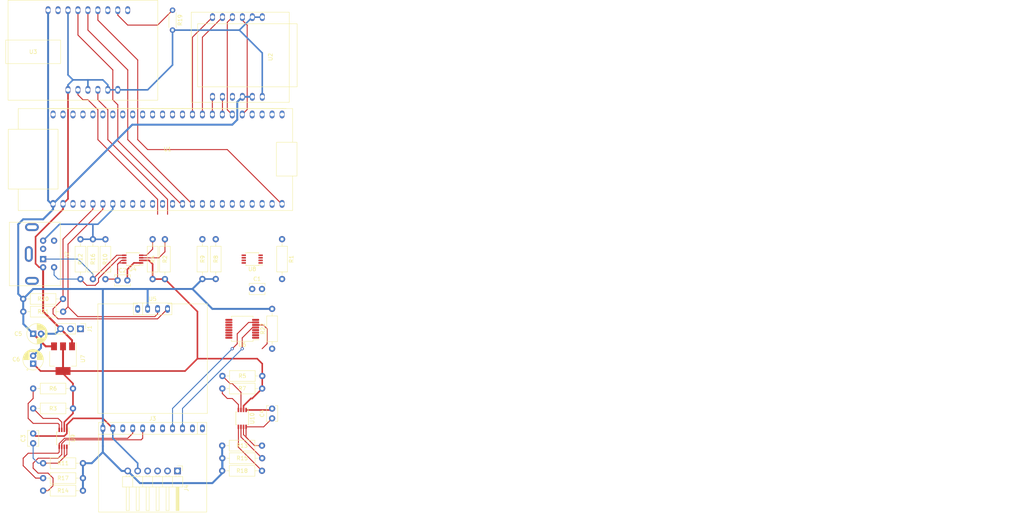
<source format=kicad_pcb>
(kicad_pcb (version 20211014) (generator pcbnew)
  (title_block (title "Tang Nano 9K Carrier Board") (date "2022-06-07") (rev "A") (company "Joseph Hindmarsh"))
  (layers (0 "F.Cu" signal) (31 "B.Cu" signal) (34 "B.Paste" user) (35 "F.Paste" user) (36 "B.SilkS" user "B.Silkscreen") (37 "F.SilkS" user "F.Silkscreen") (38 "B.Mask" user) (39 "F.Mask" user) (44 "Edge.Cuts" user))
  (net 0 "")
  (net 1 "Net-(C1-Pad1)")
  (net 2 "GND")
  (net 3 "Net-(C2-Pad1)")
  (net 4 "Net-(C3-Pad1)")
  (net 5 "Net-(C4-Pad1)")
  (net 6 "+3V3")
  (net 7 "+1V8")
  (net 8 "/UART_TX")
  (net 9 "/UART_RX")
  (net 10 "/PS2_DATA")
  (net 12 "+5V")
  (net 13 "/PS2_CLK")
  (net 15 "/BLU")
  (net 16 "/RED")
  (net 17 "/GRN")
  (net 18 "/WHT")
  (net 19 "/TRACKBALL_UP_3V3")
  (net 20 "/TRACKBALL_DWN_3V3")
  (net 21 "/TRACKBALL_LFT_3V3")
  (net 22 "/TRACKBALL_RHT_3V3")
  (net 23 "/TRACKBALL_BTN")
  (net 24 "/BBQ10KBD_INT")
  (net 26 "/SCL")
  (net 27 "/SDA")
  (net 28 "/GPIO_INTn_1V8")
  (net 29 "/PS2_CLK_1V8")
  (net 30 "/TRACKBALL_LFT_1V8")
  (net 31 "/PS2_DATA_1V8")
  (net 32 "/TRACKBALL_UP_1V8")
  (net 33 "/TRACKBALL_RHT_1V8")
  (net 34 "/TRACKBALL_DWN_1V8")
  (net 35 "/GPIO_INTn_3V3")
  (net 36 "Net-(R19-Pad1)")
  (net 41 "/ETH_INT")
  (net 42 "/ETH_MISO")
  (net 43 "/ETH_MOSI")
  (net 44 "/ETH_SCK")
  (net 45 "/ETH_CS")
  (net 46 "/ETH_RST")
  (net 67 "/I2S_WSEL")
  (net 68 "/I2S_DATA")
  (net 70 "/I2S_BCLK")
  (net 72 "/AUDIO_SF1")
  (net 73 "/AUDIO_SF0")
  (net 79 "Net-(U6-Pad3)")
  (footprint "Custom Library:UDA1334_Breakout" (layer "F.Cu") (at 170.18 38.1)
    (fp_text reference "U3")
    (fp_text value "Audio_DAC_Breakout_UDA1334A")
  )
  (footprint "Resistor_THT:R_Axial_DIN0207_L6.3mm_D2.5mm_P10.16mm_Horizontal" (layer "F.Cu") (at 167.64 143.51 180)
    (fp_text reference "R11")
    (fp_text value "200k")
  )
  (footprint "Resistor_THT:R_Axial_DIN0204_L3.6mm_D1.6mm_P5.08mm_Horizontal" (layer "F.Cu") (at 190.5 27.94 -90)
    (fp_text reference "R19")
    (fp_text value "0")
  )
  (footprint "Capacitor_THT:C_Disc_D3.8mm_W2.6mm_P2.50mm" (layer "F.Cu") (at 210.82 99.06)
    (fp_text reference "C1")
    (fp_text value "100n")
  )
  (footprint "Package_SO:SSOP-16_5.3x6.2mm_P0.65mm" (layer "F.Cu") (at 208.28 109.22 180)
    (fp_text reference "U6")
    (fp_text value "TCA9538")
  )
  (footprint "Resistor_THT:R_Axial_DIN0207_L6.3mm_D2.5mm_P10.16mm_Horizontal" (layer "F.Cu") (at 198.12 96.52 90)
    (fp_text reference "R9")
    (fp_text value "2k2")
  )
  (footprint "Capacitor_THT:CP_Radial_D5.0mm_P2.00mm" (layer "F.Cu") (at 154.94 110.49)
    (fp_text reference "C5")
    (fp_text value "10u")
  )
  (footprint "Resistor_THT:R_Axial_DIN0207_L6.3mm_D2.5mm_P10.16mm_Horizontal" (layer "F.Cu") (at 203.159914 139.026127)
    (fp_text reference "R13")
    (fp_text value "200k")
  )
  (footprint "Resistor_THT:R_Axial_DIN0207_L6.3mm_D2.5mm_P10.16mm_Horizontal" (layer "F.Cu") (at 170.18 86.376499 -90)
    (fp_text reference "R16")
    (fp_text value "2k2")
  )
  (footprint "Resistor_THT:R_Axial_DIN0207_L6.3mm_D2.5mm_P10.16mm_Horizontal" (layer "F.Cu") (at 152.4 101.6)
    (fp_text reference "R20")
    (fp_text value "4k7")
  )
  (footprint "Resistor_THT:R_Axial_DIN0207_L6.3mm_D2.5mm_P10.16mm_Horizontal" (layer "F.Cu") (at 152.432085 104.850628)
    (fp_text reference "R21")
    (fp_text value "4k7")
  )
  (footprint "Resistor_THT:R_Axial_DIN0207_L6.3mm_D2.5mm_P10.16mm_Horizontal" (layer "F.Cu") (at 167.64 147.32 180)
    (fp_text reference "R17")
    (fp_text value "2k2")
  )
  (footprint "Connector_PinHeader_2.54mm:PinHeader_1x06_P2.54mm_Horizontal" (layer "F.Cu") (at 191.77 145.485 -90)
    (fp_text reference "J4")
    (fp_text value "BBQ10KBD_PMOD")
  )
  (footprint "Resistor_THT:R_Axial_DIN0207_L6.3mm_D2.5mm_P10.16mm_Horizontal" (layer "F.Cu") (at 188.558251 86.378212 -90)
    (fp_text reference "R2")
    (fp_text value "1k")
  )
  (footprint "Package_SO:TSSOP-8_3x3mm_P0.65mm" (layer "F.Cu") (at 210.82 91.44 180)
    (fp_text reference "U8")
    (fp_text value "GTL2002")
  )
  (footprint "Resistor_THT:R_Axial_DIN0207_L6.3mm_D2.5mm_P10.16mm_Horizontal" (layer "F.Cu") (at 218.44 86.36 -90)
    (fp_text reference "R1")
    (fp_text value "1k")
  )
  (footprint "Capacitor_THT:C_Disc_D3.8mm_W2.6mm_P2.50mm" (layer "F.Cu") (at 215.9 132.08 90)
    (fp_text reference "C4")
    (fp_text value "100n")
  )
  (footprint "Resistor_THT:R_Axial_DIN0207_L6.3mm_D2.5mm_P10.16mm_Horizontal" (layer "F.Cu") (at 165.1 124.46 180)
    (fp_text reference "R6")
    (fp_text value "1k")
  )
  (footprint "4x1md_Library:Connector_Mini-DIN_Female_6Pin_2rows" (layer "F.Cu") (at 157.48 91.44 -90)
    (fp_text reference "J2")
    (fp_text value "Mini-DIN-6")
  )
  (footprint "Package_SO:TSSOP-8_3x3mm_P0.65mm" (layer "F.Cu") (at 162.56 137.16 -90)
    (fp_text reference "U9")
    (fp_text value "GTL2002")
  )
  (footprint "Package_TO_SOT_SMD:SOT-223-3_TabPin2" (layer "F.Cu") (at 162.56 116.84 -90)
    (fp_text reference "U7")
    (fp_text value "AZ1117H-1.8TRE1")
  )
  (footprint "Resistor_THT:R_Axial_DIN0207_L6.3mm_D2.5mm_P10.16mm_Horizontal" (layer "F.Cu") (at 185.42 96.536499 90)
    (fp_text reference "R4")
    (fp_text value "1k")
  )
  (footprint "Custom Library:i2c_oled_128x64" (layer "F.Cu") (at 185.42 104.14)
    (fp_text reference "U5")
    (fp_text value "I2C_OLED")
  )
  (footprint "Package_SO:TSSOP-8_3x3mm_P0.65mm" (layer "F.Cu") (at 180.34 91.44 180)
    (fp_text reference "U4")
    (fp_text value "GTL2002")
  )
  (footprint "Capacitor_THT:C_Disc_D3.8mm_W2.6mm_P2.50mm" (layer "F.Cu") (at 176.480931 96.869908)
    (fp_text reference "C2")
    (fp_text value "100n")
  )
  (footprint "Resistor_THT:R_Axial_DIN0207_L6.3mm_D2.5mm_P10.16mm_Horizontal" (layer "F.Cu") (at 203.2 142.24)
    (fp_text reference "R15")
    (fp_text value "2k2")
  )
  (footprint "Resistor_THT:R_Axial_DIN0207_L6.3mm_D2.5mm_P10.16mm_Horizontal" (layer "F.Cu") (at 173.379105 86.392998 -90)
    (fp_text reference "R10")
    (fp_text value "200k")
  )
  (footprint "Custom Library:Trackball_breakout" (layer "F.Cu") (at 185.42 132.08 180)
    (fp_text reference "J3")
    (fp_text value "Trackball_breakout")
  )
  (footprint "Resistor_THT:R_Axial_DIN0207_L6.3mm_D2.5mm_P10.16mm_Horizontal" (layer "F.Cu") (at 154.94 129.54)
    (fp_text reference "R3")
    (fp_text value "1k")
  )
  (footprint "Custom Library:W5500_Breakout" (layer "F.Cu") (at 207.045 39.875 180)
    (fp_text reference "U2")
    (fp_text value "W5500_Breakout")
  )
  (footprint "Resistor_THT:R_Axial_DIN0207_L6.3mm_D2.5mm_P10.16mm_Horizontal" (layer "F.Cu") (at 167.010464 86.378212 -90)
    (fp_text reference "R12")
    (fp_text value "2k2")
  )
  (footprint "Resistor_THT:R_Axial_DIN0207_L6.3mm_D2.5mm_P10.16mm_Horizontal" (layer "F.Cu") (at 215.9 114.3 90)
    (fp_text reference "R22")
    (fp_text value "4k7")
  )
  (footprint "Connector_PinHeader_2.54mm:PinHeader_1x03_P2.54mm_Vertical" (layer "F.Cu") (at 167.010464 109.22 -90)
    (fp_text reference "J1")
    (fp_text value "UART_header")
  )
  (footprint "Resistor_THT:R_Axial_DIN0207_L6.3mm_D2.5mm_P10.16mm_Horizontal" (layer "F.Cu") (at 203.159914 145.446291)
    (fp_text reference "R18")
    (fp_text value "2k2")
  )
  (footprint "Capacitor_THT:CP_Radial_D5.0mm_P2.00mm" (layer "F.Cu") (at 154.94 118.11 90)
    (fp_text reference "C6")
    (fp_text value "22u")
  )
  (footprint "Resistor_THT:R_Axial_DIN0207_L6.3mm_D2.5mm_P10.16mm_Horizontal" (layer "F.Cu") (at 167.64 150.51558 180)
    (fp_text reference "R14")
    (fp_text value "2k2")
  )
  (footprint "Resistor_THT:R_Axial_DIN0207_L6.3mm_D2.5mm_P10.16mm_Horizontal" (layer "F.Cu") (at 203.231204 121.25838)
    (fp_text reference "R5")
    (fp_text value "1k")
  )
  (footprint "Package_SO:TSSOP-8_3x3mm_P0.65mm" (layer "F.Cu") (at 208.28 132.08 -90)
    (fp_text reference "U10")
    (fp_text value "GTL2002")
  )
  (footprint "Resistor_THT:R_Axial_DIN0207_L6.3mm_D2.5mm_P10.16mm_Horizontal" (layer "F.Cu") (at 213.36 124.46 180)
    (fp_text reference "R7")
    (fp_text value "1k")
  )
  (footprint "Custom Library:Tang Nano 9K" (layer "F.Cu") (at 189.23 65.948449 180)
    (fp_text reference "U1")
    (fp_text value "Tang_Nano_9k_board")
  )
  (footprint "Capacitor_THT:C_Disc_D3.8mm_W2.6mm_P2.50mm" (layer "F.Cu") (at 154.94 138.43 90)
    (fp_text reference "C3")
    (fp_text value "100n")
  )
  (footprint "Resistor_THT:R_Axial_DIN0207_L6.3mm_D2.5mm_P10.16mm_Horizontal" (layer "F.Cu") (at 201.517349 96.52 90)
    (fp_text reference "R8")
    (fp_text value "200k")
  )
  (segment (start 155.555791 85.744209) (end 162.56 78.74) (width 0.4) (layer "F.Cu") (net 2))
  (segment (start 182.49 92.415) (end 180.635 92.415) (width 0.4) (layer "F.Cu") (net 2))
  (segment (start 165.1475 132.08) (end 172.72 132.08) (width 0.4) (layer "F.Cu") (net 2))
  (segment (start 163.535 135.921454) (end 163.535 135.01) (width 0.4) (layer "F.Cu") (net 2))
  (segment (start 172.72 132.08) (end 175.26 134.62) (width 0.4) (layer "F.Cu") (net 2))
  (segment (start 209.255 129.93) (end 215.55 129.93) (width 0.4) (layer "F.Cu") (net 2))
  (segment (start 162.56 78.74) (end 162.56 77.356899) (width 0.4) (layer "F.Cu") (net 2))
  (segment (start 164.86 112.149536) (end 161.930464 109.22) (width 0.5) (layer "F.Cu") (net 2))
  (segment (start 154.94 135.93) (end 155.589241 136.579241) (width 0.4) (layer "F.Cu") (net 2))
  (segment (start 163.83 76.086899) (end 162.56 77.356899) (width 0.4) (layer "F.Cu") (net 2))
  (segment (start 215.55 129.93) (end 215.9 129.58) (width 0.5) (layer "F.Cu") (net 2))
  (segment (start 155.589241 136.579241) (end 162.877213 136.579241) (width 0.4) (layer "F.Cu") (net 2))
  (segment (start 163.535 135.01) (end 163.535 133.6925) (width 0.4) (layer "F.Cu") (net 2))
  (segment (start 155.555791 92.604895) (end 155.555791 85.744209) (width 0.4) (layer "F.Cu") (net 2))
  (segment (start 178.980931 94.069069) (end 178.980931 96.869908) (width 0.4) (layer "F.Cu") (net 2))
  (segment (start 157.48 93.54) (end 156.490896 93.54) (width 0.4) (layer "F.Cu") (net 2))
  (segment (start 164.86 113.69) (end 164.86 112.149536) (width 0.5) (layer "F.Cu") (net 2))
  (segment (start 180.635 92.415) (end 178.980931 94.069069) (width 0.4) (layer "F.Cu") (net 2))
  (segment (start 156.490896 93.54) (end 155.555791 92.604895) (width 0.4) (layer "F.Cu") (net 2))
  (segment (start 157.48 104.769536) (end 157.48 93.54) (width 0.5) (layer "F.Cu") (net 2))
  (segment (start 161.930464 109.22) (end 157.48 104.769536) (width 0.5) (layer "F.Cu") (net 2))
  (segment (start 163.83 48.26) (end 163.83 76.086899) (width 0.4) (layer "F.Cu") (net 2))
  (segment (start 162.877213 136.579241) (end 163.535 135.921454) (width 0.4) (layer "F.Cu") (net 2))
  (segment (start 163.535 133.6925) (end 165.1475 132.08) (width 0.4) (layer "F.Cu") (net 2))
  (segment (start 213.395 29.715) (end 210.855 29.715) (width 0.4) (layer "B.Cu") (net 2))
  (segment (start 156.94 110.49) (end 156.94 114.11) (width 0.5) (layer "B.Cu") (net 2))
  (segment (start 168.91 48.26) (end 168.91 45.72) (width 0.4) (layer "B.Cu") (net 2))
  (segment (start 213.395 50.035) (end 213.395 38.865) (width 0.4) (layer "B.Cu") (net 2))
  (segment (start 176.53 48.26) (end 173.99 48.26) (width 0.4) (layer "B.Cu") (net 2))
  (segment (start 173.99 48.26) (end 173.99 46.99) (width 0.4) (layer "B.Cu") (net 2))
  (segment (start 190.5 33.02) (end 207.55 33.02) (width 0.4) (layer "B.Cu") (net 2))
  (segment (start 181.61 145.485) (end 181.61 146.05) (width 0.4) (layer "B.Cu") (net 2))
  (segment (start 172.72 45.72) (end 165.1 45.72) (width 0.4) (layer "B.Cu") (net 2))
  (segment (start 160.660464 110.49) (end 161.930464 109.22) (width 0.5) (layer "B.Cu") (net 2))
  (segment (start 181.61 145.485) (end 181.61 143.51) (width 0.4) (layer "B.Cu") (net 2))
  (segment (start 190.5 41.91) (end 190.5 33.02) (width 0.4) (layer "B.Cu") (net 2))
  (segment (start 184.15 48.26) (end 190.5 41.91) (width 0.4) (layer "B.Cu") (net 2))
  (segment (start 163.83 27.94) (end 163.83 44.45) (width 0.4) (layer "B.Cu") (net 2))
  (segment (start 165.1 45.72) (end 163.83 46.99) (width 0.4) (layer "B.Cu") (net 2))
  (segment (start 156.94 110.49) (end 160.660464 110.49) (width 0.5) (layer "B.Cu") (net 2))
  (segment (start 156.94 114.11) (end 154.94 116.11) (width 0.5) (layer "B.Cu") (net 2))
  (segment (start 176.53 48.26) (end 184.15 48.26) (width 0.4) (layer "B.Cu") (net 2))
  (segment (start 181.61 143.51) (end 175.26 137.16) (width 0.4) (layer "B.Cu") (net 2))
  (segment (start 163.83 46.99) (end 163.83 48.26) (width 0.4) (layer "B.Cu") (net 2))
  (segment (start 207.55 33.02) (end 210.855 29.715) (width 0.4) (layer "B.Cu") (net 2))
  (segment (start 175.26 134.62) (end 175.26 137.16) (width 0.4) (layer "B.Cu") (net 2))
  (segment (start 213.395 38.865) (end 207.55 33.02) (width 0.4) (layer "B.Cu") (net 2))
  (segment (start 163.83 44.45) (end 165.1 45.72) (width 0.4) (layer "B.Cu") (net 2))
  (segment (start 173.99 46.99) (end 172.72 45.72) (width 0.4) (layer "B.Cu") (net 2))
  (segment (start 177.475 91.765) (end 176.480931 92.759069) (width 0.25) (layer "F.Cu") (net 3))
  (segment (start 176.480931 96.869908) (end 176.480931 94.029069) (width 0.25) (layer "F.Cu") (net 3))
  (segment (start 176.480931 94.029069) (end 176.53 93.98) (width 0.25) (layer "F.Cu") (net 3))
  (segment (start 176.164021 96.552998) (end 176.480931 96.869908) (width 0.25) (layer "F.Cu") (net 3))
  (segment (start 178.19 92.415) (end 176.825 92.415) (width 0.25) (layer "F.Cu") (net 3))
  (segment (start 173.379105 96.552998) (end 176.164021 96.552998) (width 0.25) (layer "F.Cu") (net 3))
  (segment (start 176.825 92.415) (end 176.480931 92.759069) (width 0.25) (layer "F.Cu") (net 3))
  (segment (start 176.480931 92.759069) (end 176.480931 94.029069) (width 0.25) (layer "F.Cu") (net 3))
  (segment (start 178.19 91.765) (end 177.475 91.765) (width 0.25) (layer "F.Cu") (net 3))
  (segment (start 163.535 141.265) (end 162.56 142.24) (width 0.25) (layer "F.Cu") (net 4))
  (segment (start 162.885 141.915) (end 162.56 142.24) (width 0.25) (layer "F.Cu") (net 4))
  (segment (start 161.29 143.51) (end 162.56 142.24) (width 0.25) (layer "F.Cu") (net 4))
  (segment (start 163.535 139.31) (end 163.535 141.265) (width 0.25) (layer "F.Cu") (net 4))
  (segment (start 162.885 139.31) (end 162.885 141.915) (width 0.25) (layer "F.Cu") (net 4))
  (segment (start 157.48 143.51) (end 161.29 143.51) (width 0.25) (layer "F.Cu") (net 4))
  (segment (start 154.94 138.43) (end 154.94 142.24) (width 0.25) (layer "B.Cu") (net 4))
  (segment (start 154.94 142.24) (end 156.21 143.51) (width 0.25) (layer "B.Cu") (net 4))
  (segment (start 156.21 143.51) (end 157.48 143.51) (width 0.25) (layer "B.Cu") (net 4))
  (segment (start 209.55 137.16) (end 211.416127 139.026127) (width 0.25) (layer "F.Cu") (net 5))
  (segment (start 209.255 134.23) (end 213.75 134.23) (width 0.25) (layer "F.Cu") (net 5))
  (segment (start 208.605 134.23) (end 208.605 136.215) (width 0.25) (layer "F.Cu") (net 5))
  (segment (start 213.75 134.23) (end 215.9 132.08) (width 0.25) (layer "F.Cu") (net 5))
  (segment (start 208.605 136.215) (end 209.55 137.16) (width 0.25) (layer "F.Cu") (net 5))
  (segment (start 211.416127 139.026127) (end 213.319914 139.026127) (width 0.25) (layer "F.Cu") (net 5))
  (segment (start 209.255 134.23) (end 209.255 136.865) (width 0.25) (layer "F.Cu") (net 5))
  (segment (start 209.255 136.865) (end 209.55 137.16) (width 0.25) (layer "F.Cu") (net 5))
  (segment (start 160.26 113.69) (end 158.14 113.69) (width 0.5) (layer "F.Cu") (net 6))
  (segment (start 158.14 113.69) (end 154.94 110.49) (width 0.5) (layer "F.Cu") (net 6))
  (segment (start 172.72 134.62) (end 172.72 139.135) (width 0.5) (layer "B.Cu") (net 6))
  (segment (start 205.74 57.15) (end 180.226899 57.15) (width 0.5) (layer "B.Cu") (net 6))
  (segment (start 167.64 150.51558) (end 167.64 147.32) (width 0.5) (layer "B.Cu") (net 6))
  (segment (start 151.13 100.33) (end 152.4 101.6) (width 0.5) (layer "B.Cu") (net 6))
  (segment (start 157.48 81.28) (end 152.4 81.28) (width 0.5) (layer "B.Cu") (net 6))
  (segment (start 152.4 81.28) (end 151.13 82.55) (width 0.5) (layer "B.Cu") (net 6))
  (segment (start 151.13 82.55) (end 151.13 100.33) (width 0.5) (layer "B.Cu") (net 6))
  (segment (start 203.159914 139.026127) (end 203.159914 142.199914) (width 0.5) (layer "B.Cu") (net 6))
  (segment (start 169.8975 143.51) (end 167.64 143.51) (width 0.5) (layer "B.Cu") (net 6))
  (segment (start 182.175 148.59) (end 200.66 148.59) (width 0.5) (layer "B.Cu") (net 6))
  (segment (start 172.72 140.6875) (end 177.5175 145.485) (width 0.5) (layer "B.Cu") (net 6))
  (segment (start 152.4 101.6) (end 152.4 104.818543) (width 0.5) (layer "B.Cu") (net 6))
  (segment (start 177.5175 145.485) (end 179.07 145.485) (width 0.5) (layer "B.Cu") (net 6))
  (segment (start 152.4 104.818543) (end 152.432085 104.850628) (width 0.5) (layer "B.Cu") (net 6))
  (segment (start 172.72 139.135) (end 172.72 140.6875) (width 0.5) (layer "B.Cu") (net 6))
  (segment (start 160.02 77.356899) (end 159.62 77.356899) (width 0.5) (layer "B.Cu") (net 6))
  (segment (start 154.94 99.06) (end 152.4 101.6) (width 0.5) (layer "B.Cu") (net 6))
  (segment (start 195.58 99.06) (end 198.12 96.52) (width 0.5) (layer "B.Cu") (net 6))
  (segment (start 200.66 104.14) (end 215.9 104.14) (width 0.5) (layer "B.Cu") (net 6))
  (segment (start 184.15 99.06) (end 184.15 104.14) (width 0.5) (layer "B.Cu") (net 6))
  (segment (start 200.66 148.59) (end 203.2 146.05) (width 0.5) (layer "B.Cu") (net 6))
  (segment (start 172.72 99.06) (end 154.94 99.06) (width 0.5) (layer "B.Cu") (net 6))
  (segment (start 195.58 99.06) (end 200.66 104.14) (width 0.5) (layer "B.Cu") (net 6))
  (segment (start 180.34 99.06) (end 195.58 99.06) (width 0.5) (layer "B.Cu") (net 6))
  (segment (start 167.64 143.51) (end 167.64 147.32) (width 0.5) (layer "B.Cu") (net 6))
  (segment (start 203.2 145.406205) (end 203.159914 145.446291) (width 0.5) (layer "B.Cu") (net 6))
  (segment (start 152.432085 107.982085) (end 154.94 110.49) (width 0.5) (layer "B.Cu") (net 6))
  (segment (start 208.315 50.035) (end 207.01 51.34) (width 0.5) (layer "B.Cu") (net 6))
  (segment (start 203.2 142.24) (end 203.2 145.406205) (width 0.5) (layer "B.Cu") (net 6))
  (segment (start 172.72 134.62) (end 172.72 99.06) (width 0.5) (layer "B.Cu") (net 6))
  (segment (start 201.517349 96.52) (end 198.12 96.52) (width 0.4) (layer "B.Cu") (net 6))
  (segment (start 160.02 78.74) (end 157.48 81.28) (width 0.5) (layer "B.Cu") (net 6))
  (segment (start 159.62 77.356899) (end 158.75 76.486899) (width 0.5) (layer "B.Cu") (net 6))
  (segment (start 207.01 51.34) (end 207.01 55.88) (width 0.5) (layer "B.Cu") (net 6))
  (segment (start 203.159914 142.199914) (end 203.2 142.24) (width 0.5) (layer "B.Cu") (net 6))
  (segment (start 210.855 50.035) (end 208.315 50.035) (width 0.5) (layer "B.Cu") (net 6))
  (segment (start 203.2 146.05) (end 203.2 142.24) (width 0.5) (layer "B.Cu") (net 6))
  (segment (start 160.02 77.356899) (end 160.02 78.74) (width 0.5) (layer "B.Cu") (net 6))
  (segment (start 172.72 140.6875) (end 169.8975 143.51) (width 0.5) (layer "B.Cu") (net 6))
  (segment (start 152.432085 104.850628) (end 152.432085 107.982085) (width 0.5) (layer "B.Cu") (net 6))
  (segment (start 172.72 99.06) (end 180.34 99.06) (width 0.5) (layer "B.Cu") (net 6))
  (segment (start 207.01 55.88) (end 205.74 57.15) (width 0.5) (layer "B.Cu") (net 6))
  (segment (start 158.75 76.486899) (end 158.75 27.94) (width 0.5) (layer "B.Cu") (net 6))
  (segment (start 179.07 145.485) (end 182.175 148.59) (width 0.5) (layer "B.Cu") (net 6))
  (segment (start 180.226899 57.15) (end 160.02 77.356899) (width 0.5) (layer "B.Cu") (net 6))
  (segment (start 210.82 127) (end 213.36 124.46) (width 0.4) (layer "F.Cu") (net 7))
  (segment (start 196.85 116.84) (end 212.09 116.84) (width 0.4) (layer "F.Cu") (net 7))
  (segment (start 208.605 129.93) (end 208.605 128.88) (width 0.4) (layer "F.Cu") (net 7))
  (segment (start 162.56 119.99) (end 162.56 120.65) (width 0.4) (layer "F.Cu") (net 7))
  (segment (start 212.09 116.84) (end 213.391204 118.141204) (width 0.4) (layer "F.Cu") (net 7))
  (segment (start 162.885 135.01) (end 162.885 133.025) (width 0.4) (layer "F.Cu") (net 7))
  (segment (start 162.56 119.99) (end 193.7 119.99) (width 0.4) (layer "F.Cu") (net 7))
  (segment (start 185.42 96.536499) (end 188.556538 96.536499) (width 0.4) (layer "F.Cu") (net 7))
  (segment (start 213.391204 118.141204) (end 213.391204 121.25838) (width 0.4) (layer "F.Cu") (net 7))
  (segment (start 162.56 120.65) (end 165.1 123.19) (width 0.4) (layer "F.Cu") (net 7))
  (segment (start 162.56 119.99) (end 156.82 119.99) (width 0.4) (layer "F.Cu") (net 7))
  (segment (start 196.85 104.829961) (end 188.558251 96.538212) (width 0.4) (layer "F.Cu") (net 7))
  (segment (start 162.885 133.025) (end 165.1 130.81) (width 0.4) (layer "F.Cu") (net 7))
  (segment (start 165.1 130.81) (end 165.1 129.54) (width 0.4) (layer "F.Cu") (net 7))
  (segment (start 208.605 128.88) (end 210.485 127) (width 0.4) (layer "F.Cu") (net 7))
  (segment (start 162.56 113.69) (end 162.56 119.99) (width 0.5) (layer "F.Cu") (net 7))
  (segment (start 210.485 127) (end 210.82 127) (width 0.4) (layer "F.Cu") (net 7))
  (segment (start 213.391204 121.25838) (end 213.391204 124.428796) (width 0.4) (layer "F.Cu") (net 7))
  (segment (start 182.49 91.765) (end 184.475 91.765) (width 0.4) (layer "F.Cu") (net 7))
  (segment (start 165.1 124.46) (end 165.1 129.54) (width 0.4) (layer "F.Cu") (net 7))
  (segment (start 193.7 119.99) (end 196.85 116.84) (width 0.4) (layer "F.Cu") (net 7))
  (segment (start 188.556538 96.536499) (end 188.558251 96.538212) (width 0.4) (layer "F.Cu") (net 7))
  (segment (start 156.82 119.99) (end 154.94 118.11) (width 0.4) (layer "F.Cu") (net 7))
  (segment (start 213.391204 124.428796) (end 213.36 124.46) (width 0.5) (layer "F.Cu") (net 7))
  (segment (start 165.1 123.19) (end 165.1 124.46) (width 0.4) (layer "F.Cu") (net 7))
  (segment (start 196.85 116.84) (end 196.85 104.829961) (width 0.4) (layer "F.Cu") (net 7))
  (segment (start 184.475 91.765) (end 185.42 92.71) (width 0.4) (layer "F.Cu") (net 7))
  (segment (start 185.42 92.71) (end 185.42 96.536499) (width 0.4) (layer "F.Cu") (net 7))
  (segment (start 178.19 90.465) (end 176.251499 90.465) (width 0.25) (layer "F.Cu") (net 10))
  (segment (start 176.251499 90.465) (end 170.18 96.536499) (width 0.25) (layer "F.Cu") (net 10))
  (segment (start 157.48 91.44) (end 166.37 91.44) (width 0.25) (layer "B.Cu") (net 10))
  (segment (start 166.37 91.44) (end 170.18 95.25) (width 0.25) (layer "B.Cu") (net 10))
  (segment (start 170.18 95.25) (end 170.18 96.536499) (width 0.25) (layer "B.Cu") (net 10))
  (segment (start 170.196499 86.392998) (end 170.18 86.376499) (width 0.4) (layer "F.Cu") (net 12))
  (segment (start 170.178287 86.378212) (end 170.18 86.376499) (width 0.4) (layer "F.Cu") (net 12))
  (segment (start 167.010464 86.378212) (end 170.178287 86.378212) (width 0.4) (layer "B.Cu") (net 12))
  (segment (start 173.379105 86.392998) (end 170.196499 86.392998) (width 0.4) (layer "B.Cu") (net 12))
  (segment (start 170.18 86.376499) (end 170.18 82.55) (width 0.4) (layer "B.Cu") (net 12))
  (segment (start 175.26 78.74) (end 175.26 77.356899) (width 0.4) (layer "B.Cu") (net 12))
  (segment (start 170.18 82.55) (end 171.45 82.55) (width 0.4) (layer "B.Cu") (net 12))
  (segment (start 171.45 82.55) (end 175.26 78.74) (width 0.4) (layer "B.Cu") (net 12))
  (segment (start 161.67 82.55) (end 170.18 82.55) (width 0.4) (layer "B.Cu") (net 12))
  (segment (start 157.48 86.74) (end 161.67 82.55) (width 0.4) (layer "B.Cu") (net 12))
  (segment (start 178.19 91.115) (end 176.855 91.115) (width 0.25) (layer "F.Cu") (net 13))
  (segment (start 171.619387 96.350613) (end 171.619387 97.302192) (width 0.25) (layer "F.Cu") (net 13))
  (segment (start 176.855 91.115) (end 171.619387 96.350613) (width 0.25) (layer "F.Cu") (net 13))
  (segment (start 168.609345 98.137093) (end 167.010464 96.538212) (width 0.25) (layer "F.Cu") (net 13))
  (segment (start 171.619387 97.302192) (end 170.784486 98.137093) (width 0.25) (layer "F.Cu") (net 13))
  (segment (start 170.784486 98.137093) (end 168.609345 98.137093) (width 0.25) (layer "F.Cu") (net 13))
  (segment (start 160.28 95.51) (end 160.28 93.54) (width 0.25) (layer "B.Cu") (net 13))
  (segment (start 167.010464 96.538212) (end 161.308212 96.538212) (width 0.25) (layer "B.Cu") (net 13))
  (segment (start 161.308212 96.538212) (end 160.28 95.51) (width 0.25) (layer "B.Cu") (net 13))
  (segment (start 214.63 113.03) (end 213.36 114.3) (width 0.25) (layer "F.Cu") (net 15))
  (segment (start 214.63 109.22) (end 214.63 113.03) (width 0.25) (layer "F.Cu") (net 15))
  (segment (start 213.655 108.245) (end 214.63 109.22) (width 0.25) (layer "F.Cu") (net 15))
  (segment (start 211.6925 108.245) (end 213.655 108.245) (width 0.25) (layer "F.Cu") (net 15))
  (segment (start 210.922521 108.895) (end 208.28 111.537521) (width 0.25) (layer "F.Cu") (net 17))
  (segment (start 208.28 111.537521) (end 208.28 114.3) (width 0.25) (layer "F.Cu") (net 17))
  (segment (start 211.6925 108.895) (end 210.922521 108.895) (width 0.25) (layer "F.Cu") (net 17))
  (via (at 208.28 114.3) (size 0.8) (drill 0.4) (layers "F.Cu" "B.Cu") (net 17))
  (segment (start 193.04 129.54) (end 208.28 114.3) (width 0.25) (layer "B.Cu") (net 17))
  (segment (start 193.04 134.62) (end 193.04 129.54) (width 0.25) (layer "B.Cu") (net 17))
  (segment (start 207.01 110.49) (end 207.01 113.03) (width 0.25) (layer "F.Cu") (net 18))
  (segment (start 207.01 113.03) (end 205.74 114.3) (width 0.25) (layer "F.Cu") (net 18))
  (segment (start 209.905 107.595) (end 207.01 110.49) (width 0.25) (layer "F.Cu") (net 18))
  (segment (start 211.6925 107.595) (end 209.905 107.595) (width 0.25) (layer "F.Cu") (net 18))
  (via (at 205.74 114.3) (size 0.8) (drill 0.4) (layers "F.Cu" "B.Cu") (net 18))
  (segment (start 205.74 114.3) (end 190.5 129.54) (width 0.25) (layer "B.Cu") (net 18))
  (segment (start 190.5 129.54) (end 190.5 134.62) (width 0.25) (layer "B.Cu") (net 18))
  (segment (start 207.955 136.835) (end 213.36 142.24) (width 0.25) (layer "F.Cu") (net 19))
  (segment (start 207.955 134.23) (end 207.955 136.835) (width 0.25) (layer "F.Cu") (net 19))
  (segment (start 207.305 139.431377) (end 213.319914 145.446291) (width 0.25) (layer "F.Cu") (net 20))
  (segment (start 207.305 134.23) (end 207.305 139.431377) (width 0.25) (layer "F.Cu") (net 20))
  (segment (start 162.235 141.295) (end 161.29 142.24) (width 0.25) (layer "F.Cu") (net 21))
  (segment (start 182.50348 137.53652) (end 182.88 137.16) (width 0.25) (layer "F.Cu") (net 21))
  (segment (start 160.02 149.24558) (end 158.75 150.51558) (width 0.25) (layer "F.Cu") (net 21))
  (segment (start 163.20848 137.53652) (end 182.50348 137.53652) (width 0.25) (layer "F.Cu") (net 21))
  (segment (start 154.94 143.51) (end 154.94 144.78) (width 0.25) (layer "F.Cu") (net 21))
  (segment (start 158.75 146.05) (end 160.02 147.32) (width 0.25) (layer "F.Cu") (net 21))
  (segment (start 154.94 144.78) (end 156.21 146.05) (width 0.25) (layer "F.Cu") (net 21))
  (segment (start 158.75 150.51558) (end 157.48 150.51558) (width 0.25) (layer "F.Cu") (net 21))
  (segment (start 162.235 139.31) (end 162.235 138.51) (width 0.25) (layer "F.Cu") (net 21))
  (segment (start 182.88 137.16) (end 182.88 134.62) (width 0.25) (layer "F.Cu") (net 21))
  (segment (start 156.21 142.24) (end 154.94 143.51) (width 0.25) (layer "F.Cu") (net 21))
  (segment (start 160.02 147.32) (end 160.02 149.24558) (width 0.25) (layer "F.Cu") (net 21))
  (segment (start 161.29 142.24) (end 156.21 142.24) (width 0.25) (layer "F.Cu") (net 21))
  (segment (start 156.21 146.05) (end 158.75 146.05) (width 0.25) (layer "F.Cu") (net 21))
  (segment (start 162.235 139.31) (end 162.235 141.295) (width 0.25) (layer "F.Cu") (net 21))
  (segment (start 162.235 138.51) (end 163.20848 137.53652) (width 0.25) (layer "F.Cu") (net 21))
  (segment (start 161.585 140.675) (end 161.29 140.97) (width 0.25) (layer "F.Cu") (net 22))
  (segment (start 152.4 142.24) (end 152.4 144.145) (width 0.25) (layer "F.Cu") (net 22))
  (segment (start 162.935 137.16) (end 161.585 138.51) (width 0.25) (layer "F.Cu") (net 22))
  (segment (start 161.585 138.51) (end 161.585 139.31) (width 0.25) (layer "F.Cu") (net 22))
  (segment (start 180.34 135.89) (end 179.07 137.16) (width 0.25) (layer "F.Cu") (net 22))
  (segment (start 155.575 147.32) (end 157.48 147.32) (width 0.25) (layer "F.Cu") (net 22))
  (segment (start 179.07 137.16) (end 162.935 137.16) (width 0.25) (layer "F.Cu") (net 22))
  (segment (start 161.585 139.31) (end 161.585 140.675) (width 0.25) (layer "F.Cu") (net 22))
  (segment (start 153.67 140.97) (end 152.4 142.24) (width 0.25) (layer "F.Cu") (net 22))
  (segment (start 161.29 140.97) (end 153.67 140.97) (width 0.25) (layer "F.Cu") (net 22))
  (segment (start 152.4 144.145) (end 155.575 147.32) (width 0.25) (layer "F.Cu") (net 22))
  (segment (start 180.34 134.62) (end 180.34 135.89) (width 0.25) (layer "F.Cu") (net 22))
  (segment (start 163.83 103.612713) (end 166.329507 106.11222) (width 0.25) (layer "F.Cu") (net 26))
  (segment (start 186.69 105.41) (end 186.69 104.14) (width 0.25) (layer "F.Cu") (net 26))
  (segment (start 185.98778 106.11222) (end 186.69 105.41) (width 0.25) (layer "F.Cu") (net 26))
  (segment (start 172.72 77.356899) (end 172.72 78.74) (width 0.25) (layer "F.Cu") (net 26))
  (segment (start 166.329507 106.11222) (end 185.98778 106.11222) (width 0.25) (layer "F.Cu") (net 26))
  (segment (start 172.72 78.74) (end 163.83 87.63) (width 0.25) (layer "F.Cu") (net 26))
  (segment (start 163.83 87.63) (end 163.83 103.612713) (width 0.25) (layer "F.Cu") (net 26))
  (segment (start 163.83 103.612713) (end 162.592085 104.850628) (width 0.25) (layer "F.Cu") (net 26))
  (segment (start 161.29 106.68) (end 186.69 106.68) (width 0.25) (layer "F.Cu") (net 27))
  (segment (start 162.56 101.6) (end 162.56 86.36) (width 0.25) (layer "F.Cu") (net 27))
  (segment (start 186.69 106.68) (end 189.23 104.14) (width 0.25) (layer "F.Cu") (net 27))
  (segment (start 160.02 104.14) (end 160.02 105.41) (width 0.25) (layer "F.Cu") (net 27))
  (segment (start 162.56 101.6) (end 160.02 104.14) (width 0.25) (layer "F.Cu") (net 27))
  (segment (start 162.56 86.36) (end 170.18 78.74) (width 0.25) (layer "F.Cu") (net 27))
  (segment (start 160.02 105.41) (end 161.29 106.68) (width 0.25) (layer "F.Cu") (net 27))
  (segment (start 170.18 78.74) (end 170.18 77.356899) (width 0.25) (layer "F.Cu") (net 27))
  (segment (start 188.558251 89.571749) (end 188.558251 86.378212) (width 0.25) (layer "F.Cu") (net 29))
  (segment (start 187.015 91.115) (end 188.558251 89.571749) (width 0.25) (layer "F.Cu") (net 29))
  (segment (start 182.49 91.115) (end 187.015 91.115) (width 0.25) (layer "F.Cu") (net 29))
  (segment (start 157.48 132.08) (end 154.94 129.54) (width 0.25) (layer "F.Cu") (net 30))
  (segment (start 162.235 135.01) (end 162.235 133.025) (width 0.25) (layer "F.Cu") (net 30))
  (segment (start 162.235 133.025) (end 161.29 132.08) (width 0.25) (layer "F.Cu") (net 30))
  (segment (start 161.29 132.08) (end 157.48 132.08) (width 0.25) (layer "F.Cu") (net 30))
  (segment (start 182.49 90.465) (end 183.855 90.465) (width 0.25) (layer "F.Cu") (net 31))
  (segment (start 185.42 88.9) (end 185.42 86.376499) (width 0.25) (layer "F.Cu") (net 31))
  (segment (start 183.855 90.465) (end 185.42 88.9) (width 0.25) (layer "F.Cu") (net 31))
  (segment (start 205.162824 123.19) (end 205.74 123.19) (width 0.25) (layer "F.Cu") (net 32))
  (segment (start 203.231204 121.25838) (end 205.162824 123.19) (width 0.25) (layer "F.Cu") (net 32))
  (segment (start 207.955 125.405) (end 207.955 129.93) (width 0.25) (layer "F.Cu") (net 32))
  (segment (start 205.74 123.19) (end 207.955 125.405) (width 0.25) (layer "F.Cu") (net 32))
  (segment (start 153.67 132.08) (end 153.67 128.27) (width 0.25) (layer "F.Cu") (net 33))
  (segment (start 154.94 127) (end 154.94 124.46) (width 0.25) (layer "F.Cu") (net 33))
  (segment (start 153.67 128.27) (end 154.94 127) (width 0.25) (layer "F.Cu") (net 33))
  (segment (start 161.585 133.645) (end 161.29 133.35) (width 0.25) (layer "F.Cu") (net 33))
  (segment (start 161.585 135.01) (end 161.585 133.645) (width 0.25) (layer "F.Cu") (net 33))
  (segment (start 161.29 133.35) (end 154.94 133.35) (width 0.25) (layer "F.Cu") (net 33))
  (segment (start 154.94 133.35) (end 153.67 132.08) (width 0.25) (layer "F.Cu") (net 33))
  (segment (start 205.74 127) (end 204.47 127) (width 0.25) (layer "F.Cu") (net 34))
  (segment (start 204.47 127) (end 203.2 125.73) (width 0.25) (layer "F.Cu") (net 34))
  (segment (start 207.305 128.565) (end 205.74 127) (width 0.25) (layer "F.Cu") (net 34))
  (segment (start 203.2 125.73) (end 203.2 124.46) (width 0.25) (layer "F.Cu") (net 34))
  (segment (start 207.305 129.93) (end 207.305 128.565) (width 0.25) (layer "F.Cu") (net 34))
  (segment (start 176.53 27.94) (end 176.53 29.21) (width 0.25) (layer "F.Cu") (net 36))
  (segment (start 179.07 31.75) (end 186.69 31.75) (width 0.25) (layer "F.Cu") (net 36))
  (segment (start 176.53 29.21) (end 179.07 31.75) (width 0.25) (layer "F.Cu") (net 36))
  (segment (start 186.69 31.75) (end 190.5 27.94) (width 0.25) (layer "F.Cu") (net 36))
  (segment (start 195.58 34.83) (end 195.58 54.539999) (width 0.25) (layer "F.Cu") (net 41))
  (segment (start 200.695 29.715) (end 195.58 34.83) (width 0.25) (layer "F.Cu") (net 41))
  (segment (start 200.66 54.539999) (end 200.66 50.07) (width 0.25) (layer "F.Cu") (net 42))
  (segment (start 200.66 50.07) (end 200.695 50.035) (width 0.25) (layer "F.Cu") (net 42))
  (segment (start 208.28 54.539999) (end 209.55 53.269999) (width 0.25) (layer "F.Cu") (net 43))
  (segment (start 209.55 31.75) (end 208.315 30.515) (width 0.25) (layer "F.Cu") (net 43))
  (segment (start 209.55 53.269999) (end 209.55 31.75) (width 0.25) (layer "F.Cu") (net 43))
  (segment (start 208.315 30.515) (end 208.315 29.715) (width 0.25) (layer "F.Cu") (net 43))
  (segment (start 204.47 31.02) (end 204.47 53.34) (width 0.25) (layer "F.Cu") (net 44))
  (segment (start 205.775 29.715) (end 204.47 31.02) (width 0.25) (layer "F.Cu") (net 44))
  (segment (start 205.669999 54.539999) (end 204.47 53.34) (width 0.25) (layer "F.Cu") (net 44))
  (segment (start 205.74 54.539999) (end 205.669999 54.539999) (width 0.25) (layer "F.Cu") (net 44))
  (segment (start 198.12 34.83) (end 198.12 54.539999) (width 0.25) (layer "F.Cu") (net 45))
  (segment (start 203.235 29.715) (end 198.12 34.83) (width 0.25) (layer "F.Cu") (net 45))
  (segment (start 203.235 50.035) (end 203.235 54.504999) (width 0.25) (layer "F.Cu") (net 46))
  (segment (start 203.235 54.504999) (end 203.2 54.539999) (width 0.25) (layer "F.Cu") (net 46))
  (segment (start 176.53 61.246899) (end 176.53 52.07) (width 0.25) (layer "F.Cu") (net 67))
  (segment (start 192.64 77.356899) (end 176.53 61.246899) (width 0.25) (layer "F.Cu") (net 67))
  (segment (start 175.26 43.18) (end 166.37 34.29) (width 0.25) (layer "F.Cu") (net 67))
  (segment (start 176.53 52.07) (end 175.26 50.8) (width 0.25) (layer "F.Cu") (net 67))
  (segment (start 166.37 34.29) (end 166.37 27.94) (width 0.25) (layer "F.Cu") (net 67))
  (segment (start 175.26 50.8) (end 175.26 43.18) (width 0.25) (layer "F.Cu") (net 67))
  (segment (start 193.04 77.356899) (end 192.64 77.356899) (width 0.25) (layer "F.Cu") (net 67))
  (segment (start 168.91 33.02) (end 179.07 43.18) (width 0.25) (layer "F.Cu") (net 68))
  (segment (start 179.07 43.18) (end 179.07 60.96) (width 0.25) (layer "F.Cu") (net 68))
  (segment (start 168.91 27.94) (end 168.91 33.02) (width 0.25) (layer "F.Cu") (net 68))
  (segment (start 195.466899 77.356899) (end 195.58 77.356899) (width 0.25) (layer "F.Cu") (net 68))
  (segment (start 179.07 60.96) (end 195.466899 77.356899) (width 0.25) (layer "F.Cu") (net 68))
  (segment (start 218.326899 77.356899) (end 204.47 63.5) (width 0.25) (layer "F.Cu") (net 70))
  (segment (start 204.47 63.5) (end 184.15 63.5) (width 0.25) (layer "F.Cu") (net 70))
  (segment (start 184.15 63.5) (end 181.61 60.96) (width 0.25) (layer "F.Cu") (net 70))
  (segment (start 171.45 30.48) (end 171.45 27.94) (width 0.25) (layer "F.Cu") (net 70))
  (segment (start 181.61 40.64) (end 171.45 30.48) (width 0.25) (layer "F.Cu") (net 70))
  (segment (start 181.61 60.96) (end 181.61 40.64) (width 0.25) (layer "F.Cu") (net 70))
  (segment (start 218.44 77.356899) (end 218.326899 77.356899) (width 0.25) (layer "F.Cu") (net 70))
  (segment (start 166.37 48.26) (end 166.37 49.53) (width 0.25) (layer "F.Cu") (net 72))
  (segment (start 167.64 50.8) (end 168.91 50.8) (width 0.25) (layer "F.Cu") (net 72))
  (segment (start 168.91 50.8) (end 171.45 53.34) (width 0.25) (layer "F.Cu") (net 72))
  (segment (start 186.69 76.2) (end 186.69 80.01) (width 0.25) (layer "F.Cu") (net 72))
  (segment (start 166.37 49.53) (end 167.64 50.8) (width 0.25) (layer "F.Cu") (net 72))
  (segment (start 171.45 60.96) (end 186.69 76.2) (width 0.25) (layer "F.Cu") (net 72))
  (segment (start 171.45 53.34) (end 171.45 60.96) (width 0.25) (layer "F.Cu") (net 72))
  (segment (start 171.45 50.8) (end 173.99 53.34) (width 0.25) (layer "F.Cu") (net 73))
  (segment (start 171.45 48.26) (end 171.45 50.8) (width 0.25) (layer "F.Cu") (net 73))
  (segment (start 173.99 53.34) (end 173.99 60.96) (width 0.25) (layer "F.Cu") (net 73))
  (segment (start 189.23 76.2) (end 189.23 80.01) (width 0.25) (layer "F.Cu") (net 73))
  (segment (start 173.99 60.96) (end 189.23 76.2) (width 0.25) (layer "F.Cu") (net 73))
)
</source>
